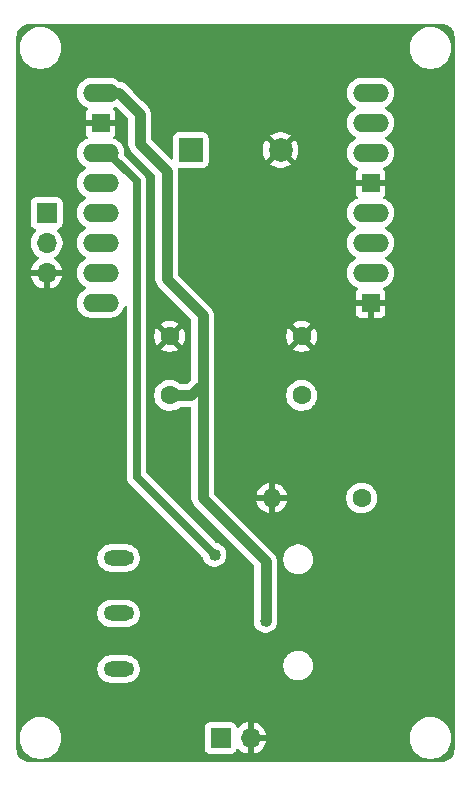
<source format=gbr>
%TF.GenerationSoftware,KiCad,Pcbnew,9.0.0*%
%TF.CreationDate,2025-08-24T16:33:36-07:00*%
%TF.ProjectId,sstv_backpack,73737476-5f62-4616-936b-7061636b2e6b,1.0*%
%TF.SameCoordinates,Original*%
%TF.FileFunction,Copper,L2,Bot*%
%TF.FilePolarity,Positive*%
%FSLAX46Y46*%
G04 Gerber Fmt 4.6, Leading zero omitted, Abs format (unit mm)*
G04 Created by KiCad (PCBNEW 9.0.0) date 2025-08-24 16:33:36*
%MOMM*%
%LPD*%
G01*
G04 APERTURE LIST*
%TA.AperFunction,ComponentPad*%
%ADD10C,1.600000*%
%TD*%
%TA.AperFunction,ComponentPad*%
%ADD11O,1.600000X1.600000*%
%TD*%
%TA.AperFunction,ComponentPad*%
%ADD12C,2.000000*%
%TD*%
%TA.AperFunction,ComponentPad*%
%ADD13R,2.000000X2.000000*%
%TD*%
%TA.AperFunction,ComponentPad*%
%ADD14O,2.600000X1.300000*%
%TD*%
%TA.AperFunction,ComponentPad*%
%ADD15R,1.524000X1.524000*%
%TD*%
%TA.AperFunction,ComponentPad*%
%ADD16O,3.048000X1.524000*%
%TD*%
%TA.AperFunction,ComponentPad*%
%ADD17O,1.700000X1.700000*%
%TD*%
%TA.AperFunction,ComponentPad*%
%ADD18R,1.700000X1.700000*%
%TD*%
%TA.AperFunction,ViaPad*%
%ADD19C,1.016000*%
%TD*%
%TA.AperFunction,Conductor*%
%ADD20C,0.635000*%
%TD*%
%TA.AperFunction,Conductor*%
%ADD21C,0.889000*%
%TD*%
G04 APERTURE END LIST*
D10*
%TO.P,C1,2*%
%TO.N,GND*%
X153162000Y-90464000D03*
%TO.P,C1,1*%
%TO.N,+5V*%
X153162000Y-95464000D03*
%TD*%
D11*
%TO.P,R1,2*%
%TO.N,GND*%
X161798000Y-104140000D03*
D10*
%TO.P,R1,1*%
%TO.N,/CAPTURE*%
X169418000Y-104140000D03*
%TD*%
D12*
%TO.P,BZ1,2,-*%
%TO.N,GND*%
X162560000Y-74676000D03*
D13*
%TO.P,BZ1,1,+*%
%TO.N,/BUZZER*%
X154960000Y-74676000D03*
%TD*%
D10*
%TO.P,C2,2*%
%TO.N,GND*%
X164338000Y-90464000D03*
%TO.P,C2,1*%
%TO.N,/8V IN*%
X164338000Y-95464000D03*
%TD*%
D14*
%TO.P,SW2,3*%
%TO.N,unconnected-(SW2-Pad3)*%
X148844000Y-118620000D03*
%TO.P,SW2,2*%
%TO.N,/VIN*%
X148844000Y-113920000D03*
%TO.P,SW2,1*%
%TO.N,/8V IN*%
X148844000Y-109220000D03*
%TD*%
D15*
%TO.P,U1,P$5,GND@2*%
%TO.N,GND*%
X170180000Y-77470000D03*
%TO.P,U1,P$10,GND@3*%
X147320000Y-72390000D03*
%TO.P,U1,P$1,GND@1*%
X170180000Y-87630000D03*
D16*
%TO.P,U1,P$9,5V*%
%TO.N,+5V*%
X147320000Y-69850000D03*
%TO.P,U1,P$16,GPIO4*%
%TO.N,unconnected-(U1-GPIO4-PadP$16)*%
X147320000Y-87630000D03*
%TO.P,U1,P$15,GPIO2*%
%TO.N,unconnected-(U1-GPIO2-PadP$15)*%
X147320000Y-85090000D03*
%TO.P,U1,P$14,GPIO14*%
%TO.N,/TX OUT*%
X147320000Y-82550000D03*
%TO.P,U1,P$13,GPIO15*%
%TO.N,/PTT*%
X147320000Y-80010000D03*
%TO.P,U1,P$12,GPIO13*%
%TO.N,/BUZZER*%
X147320000Y-77470000D03*
%TO.P,U1,P$11,GPIO12*%
%TO.N,/CAPTURE*%
X147320000Y-74930000D03*
%TO.P,U1,P$8,3V3*%
%TO.N,unconnected-(U1-3V3-PadP$8)*%
X170180000Y-69850000D03*
%TO.P,U1,P$7,GPIO16*%
%TO.N,unconnected-(U1-GPIO16-PadP$7)*%
X170180000Y-72390000D03*
%TO.P,U1,P$6,GPIO0*%
%TO.N,unconnected-(U1-GPIO0-PadP$6)*%
X170180000Y-74930000D03*
%TO.P,U1,P$4,3V3/5V*%
%TO.N,unconnected-(U1-3V3{slash}5V-PadP$4)*%
X170180000Y-80010000D03*
%TO.P,U1,P$3,GPIO3*%
%TO.N,unconnected-(U1-GPIO3-PadP$3)*%
X170180000Y-82550000D03*
%TO.P,U1,P$2,GPIO1*%
%TO.N,unconnected-(U1-GPIO1-PadP$2)*%
X170180000Y-85090000D03*
%TD*%
D17*
%TO.P,J1,3,Pin_3*%
%TO.N,GND*%
X142748000Y-85090000D03*
%TO.P,J1,2,Pin_2*%
%TO.N,/TX OUT*%
X142748000Y-82550000D03*
D18*
%TO.P,J1,1,Pin_1*%
%TO.N,/PTT*%
X142748000Y-80010000D03*
%TD*%
D17*
%TO.P,BAT IN,2,Pin_2*%
%TO.N,GND*%
X160020000Y-124460000D03*
D18*
%TO.P,BAT IN,1,Pin_1*%
%TO.N,/VIN*%
X157480000Y-124460000D03*
%TD*%
D19*
%TO.N,GND*%
X158750000Y-88910000D03*
X160275000Y-90585000D03*
X158750000Y-88910000D03*
X160275000Y-87235000D03*
X157225000Y-87235000D03*
%TO.N,/CAPTURE*%
X156972000Y-108966000D03*
%TO.N,+5V*%
X161290000Y-114554000D03*
%TD*%
D20*
%TO.N,/CAPTURE*%
X147955000Y-74930000D02*
X147320000Y-74930000D01*
X150368000Y-77343000D02*
X147955000Y-74930000D01*
X150368000Y-102362000D02*
X150368000Y-77343000D01*
X156972000Y-108966000D02*
X150368000Y-102362000D01*
D21*
%TO.N,+5V*%
X161290000Y-114554000D02*
X161290000Y-109474000D01*
X161290000Y-109474000D02*
X155956000Y-104140000D01*
X155956000Y-104140000D02*
X155956000Y-94488000D01*
X155956000Y-94488000D02*
X155956000Y-88646000D01*
X154980000Y-95464000D02*
X155956000Y-94488000D01*
X155956000Y-88646000D02*
X152908000Y-85598000D01*
X153162000Y-95464000D02*
X154980000Y-95464000D01*
X152908000Y-85598000D02*
X152908000Y-76454000D01*
X152908000Y-76454000D02*
X150622000Y-74168000D01*
X150622000Y-74168000D02*
X150622000Y-71628000D01*
X150622000Y-71628000D02*
X148844000Y-69850000D01*
X148844000Y-69850000D02*
X147320000Y-69850000D01*
%TD*%
%TA.AperFunction,Conductor*%
%TO.N,GND*%
G36*
X176217894Y-64000971D02*
G01*
X176390446Y-64016068D01*
X176411731Y-64019821D01*
X176468954Y-64035153D01*
X176573802Y-64063247D01*
X176594103Y-64070636D01*
X176722120Y-64130331D01*
X176746165Y-64141544D01*
X176764884Y-64152351D01*
X176902327Y-64248590D01*
X176918884Y-64262484D01*
X177037515Y-64381115D01*
X177051409Y-64397672D01*
X177147648Y-64535115D01*
X177158455Y-64553834D01*
X177229360Y-64705889D01*
X177236753Y-64726201D01*
X177280178Y-64888268D01*
X177283931Y-64909553D01*
X177299028Y-65082104D01*
X177299500Y-65092912D01*
X177299500Y-125407087D01*
X177299028Y-125417894D01*
X177299028Y-125417895D01*
X177283931Y-125590446D01*
X177280178Y-125611731D01*
X177236753Y-125773798D01*
X177229360Y-125794110D01*
X177158455Y-125946165D01*
X177147648Y-125964884D01*
X177051409Y-126102327D01*
X177037515Y-126118884D01*
X176918884Y-126237515D01*
X176902327Y-126251409D01*
X176764884Y-126347648D01*
X176746165Y-126358455D01*
X176594110Y-126429360D01*
X176573798Y-126436753D01*
X176411731Y-126480178D01*
X176390446Y-126483931D01*
X176236074Y-126497437D01*
X176217893Y-126499028D01*
X176207088Y-126499500D01*
X141292912Y-126499500D01*
X141282106Y-126499028D01*
X141261813Y-126497252D01*
X141109553Y-126483931D01*
X141088268Y-126480178D01*
X140926201Y-126436753D01*
X140905889Y-126429360D01*
X140753834Y-126358455D01*
X140735115Y-126347648D01*
X140597672Y-126251409D01*
X140581115Y-126237515D01*
X140462484Y-126118884D01*
X140448590Y-126102327D01*
X140352351Y-125964884D01*
X140341544Y-125946165D01*
X140278282Y-125810500D01*
X140270636Y-125794103D01*
X140263246Y-125773798D01*
X140219821Y-125611731D01*
X140216068Y-125590445D01*
X140200972Y-125417894D01*
X140200500Y-125407087D01*
X140200500Y-124343947D01*
X140469500Y-124343947D01*
X140469500Y-124576052D01*
X140499794Y-124806148D01*
X140559862Y-125030328D01*
X140648677Y-125244745D01*
X140648685Y-125244762D01*
X140764720Y-125445743D01*
X140764721Y-125445745D01*
X140906009Y-125629875D01*
X140906015Y-125629882D01*
X141070117Y-125793984D01*
X141070124Y-125793990D01*
X141254254Y-125935278D01*
X141254256Y-125935279D01*
X141455237Y-126051314D01*
X141455240Y-126051315D01*
X141455248Y-126051320D01*
X141669670Y-126140137D01*
X141893851Y-126200206D01*
X142123955Y-126230500D01*
X142123962Y-126230500D01*
X142356038Y-126230500D01*
X142356045Y-126230500D01*
X142586149Y-126200206D01*
X142810330Y-126140137D01*
X143024752Y-126051320D01*
X143225748Y-125935276D01*
X143409877Y-125793989D01*
X143573989Y-125629877D01*
X143715276Y-125445748D01*
X143831320Y-125244752D01*
X143920137Y-125030330D01*
X143980206Y-124806149D01*
X144010500Y-124576045D01*
X144010500Y-124343955D01*
X143980206Y-124113851D01*
X143920137Y-123889670D01*
X143831320Y-123675248D01*
X143766015Y-123562135D01*
X156129500Y-123562135D01*
X156129500Y-125357870D01*
X156129501Y-125357876D01*
X156135908Y-125417483D01*
X156186202Y-125552328D01*
X156186206Y-125552335D01*
X156272452Y-125667544D01*
X156272455Y-125667547D01*
X156387664Y-125753793D01*
X156387671Y-125753797D01*
X156522517Y-125804091D01*
X156522516Y-125804091D01*
X156529444Y-125804835D01*
X156582127Y-125810500D01*
X158377872Y-125810499D01*
X158437483Y-125804091D01*
X158572331Y-125753796D01*
X158687546Y-125667546D01*
X158773796Y-125552331D01*
X158823002Y-125420401D01*
X158864872Y-125364468D01*
X158930337Y-125340050D01*
X158998610Y-125354901D01*
X159026865Y-125376053D01*
X159140535Y-125489723D01*
X159140540Y-125489727D01*
X159312442Y-125614620D01*
X159501782Y-125711095D01*
X159703871Y-125776757D01*
X159770000Y-125787231D01*
X159770000Y-124893012D01*
X159827007Y-124925925D01*
X159954174Y-124960000D01*
X160085826Y-124960000D01*
X160212993Y-124925925D01*
X160270000Y-124893012D01*
X160270000Y-125787230D01*
X160336126Y-125776757D01*
X160336129Y-125776757D01*
X160538217Y-125711095D01*
X160727557Y-125614620D01*
X160899459Y-125489727D01*
X160899464Y-125489723D01*
X161049723Y-125339464D01*
X161049727Y-125339459D01*
X161174620Y-125167557D01*
X161271095Y-124978217D01*
X161336757Y-124776129D01*
X161336757Y-124776126D01*
X161347231Y-124710000D01*
X160453012Y-124710000D01*
X160485925Y-124652993D01*
X160520000Y-124525826D01*
X160520000Y-124394174D01*
X160506541Y-124343947D01*
X173489500Y-124343947D01*
X173489500Y-124576052D01*
X173519794Y-124806148D01*
X173579862Y-125030328D01*
X173668677Y-125244745D01*
X173668685Y-125244762D01*
X173784720Y-125445743D01*
X173784721Y-125445745D01*
X173926009Y-125629875D01*
X173926015Y-125629882D01*
X174090117Y-125793984D01*
X174090124Y-125793990D01*
X174274254Y-125935278D01*
X174274256Y-125935279D01*
X174475237Y-126051314D01*
X174475240Y-126051315D01*
X174475248Y-126051320D01*
X174689670Y-126140137D01*
X174913851Y-126200206D01*
X175143955Y-126230500D01*
X175143962Y-126230500D01*
X175376038Y-126230500D01*
X175376045Y-126230500D01*
X175606149Y-126200206D01*
X175830330Y-126140137D01*
X176044752Y-126051320D01*
X176245748Y-125935276D01*
X176429877Y-125793989D01*
X176593989Y-125629877D01*
X176735276Y-125445748D01*
X176851320Y-125244752D01*
X176940137Y-125030330D01*
X177000206Y-124806149D01*
X177030500Y-124576045D01*
X177030500Y-124343955D01*
X177000206Y-124113851D01*
X176940137Y-123889670D01*
X176851320Y-123675248D01*
X176851314Y-123675237D01*
X176735279Y-123474256D01*
X176735278Y-123474254D01*
X176593990Y-123290124D01*
X176593984Y-123290117D01*
X176429882Y-123126015D01*
X176429875Y-123126009D01*
X176245745Y-122984721D01*
X176245743Y-122984720D01*
X176044762Y-122868685D01*
X176044754Y-122868681D01*
X176044752Y-122868680D01*
X175830330Y-122779863D01*
X175830331Y-122779863D01*
X175830328Y-122779862D01*
X175688203Y-122741780D01*
X175606149Y-122719794D01*
X175577386Y-122716007D01*
X175376052Y-122689500D01*
X175376045Y-122689500D01*
X175143955Y-122689500D01*
X175143947Y-122689500D01*
X174913851Y-122719794D01*
X174689671Y-122779862D01*
X174475254Y-122868677D01*
X174475237Y-122868685D01*
X174274256Y-122984720D01*
X174274254Y-122984721D01*
X174090124Y-123126009D01*
X174090117Y-123126015D01*
X173926015Y-123290117D01*
X173926009Y-123290124D01*
X173784721Y-123474254D01*
X173784720Y-123474256D01*
X173668685Y-123675237D01*
X173668677Y-123675254D01*
X173579862Y-123889671D01*
X173519794Y-124113851D01*
X173489500Y-124343947D01*
X160506541Y-124343947D01*
X160485925Y-124267007D01*
X160453012Y-124210000D01*
X161347231Y-124210000D01*
X161336757Y-124143873D01*
X161336757Y-124143870D01*
X161271095Y-123941782D01*
X161174620Y-123752442D01*
X161049727Y-123580540D01*
X161049723Y-123580535D01*
X160899464Y-123430276D01*
X160899459Y-123430272D01*
X160727557Y-123305379D01*
X160538215Y-123208903D01*
X160336124Y-123143241D01*
X160270000Y-123132768D01*
X160270000Y-124026988D01*
X160212993Y-123994075D01*
X160085826Y-123960000D01*
X159954174Y-123960000D01*
X159827007Y-123994075D01*
X159770000Y-124026988D01*
X159770000Y-123132768D01*
X159769999Y-123132768D01*
X159703875Y-123143241D01*
X159501784Y-123208903D01*
X159312442Y-123305379D01*
X159140541Y-123430271D01*
X159026865Y-123543947D01*
X158965542Y-123577431D01*
X158895850Y-123572447D01*
X158839917Y-123530575D01*
X158823002Y-123499598D01*
X158813549Y-123474254D01*
X158773796Y-123367669D01*
X158773795Y-123367668D01*
X158773793Y-123367664D01*
X158687547Y-123252455D01*
X158687544Y-123252452D01*
X158572335Y-123166206D01*
X158572328Y-123166202D01*
X158437482Y-123115908D01*
X158437483Y-123115908D01*
X158377883Y-123109501D01*
X158377881Y-123109500D01*
X158377873Y-123109500D01*
X158377864Y-123109500D01*
X156582129Y-123109500D01*
X156582123Y-123109501D01*
X156522516Y-123115908D01*
X156387671Y-123166202D01*
X156387664Y-123166206D01*
X156272455Y-123252452D01*
X156272452Y-123252455D01*
X156186206Y-123367664D01*
X156186202Y-123367671D01*
X156135908Y-123502517D01*
X156129501Y-123562116D01*
X156129500Y-123562135D01*
X143766015Y-123562135D01*
X143715276Y-123474252D01*
X143715275Y-123474250D01*
X143573990Y-123290124D01*
X143573984Y-123290117D01*
X143409882Y-123126015D01*
X143409875Y-123126009D01*
X143225745Y-122984721D01*
X143225743Y-122984720D01*
X143024762Y-122868685D01*
X143024754Y-122868681D01*
X143024752Y-122868680D01*
X142810330Y-122779863D01*
X142810331Y-122779863D01*
X142810328Y-122779862D01*
X142668203Y-122741780D01*
X142586149Y-122719794D01*
X142557386Y-122716007D01*
X142356052Y-122689500D01*
X142356045Y-122689500D01*
X142123955Y-122689500D01*
X142123947Y-122689500D01*
X141893851Y-122719794D01*
X141669671Y-122779862D01*
X141455254Y-122868677D01*
X141455237Y-122868685D01*
X141254256Y-122984720D01*
X141254254Y-122984721D01*
X141070124Y-123126009D01*
X141070117Y-123126015D01*
X140906015Y-123290117D01*
X140906009Y-123290124D01*
X140764721Y-123474254D01*
X140764720Y-123474256D01*
X140648685Y-123675237D01*
X140648677Y-123675254D01*
X140559862Y-123889671D01*
X140499794Y-124113851D01*
X140469500Y-124343947D01*
X140200500Y-124343947D01*
X140200500Y-118529448D01*
X147043500Y-118529448D01*
X147043500Y-118710551D01*
X147071829Y-118889410D01*
X147127787Y-119061636D01*
X147127788Y-119061639D01*
X147210006Y-119222997D01*
X147316441Y-119369494D01*
X147316445Y-119369499D01*
X147444500Y-119497554D01*
X147444505Y-119497558D01*
X147561419Y-119582500D01*
X147591006Y-119603996D01*
X147696484Y-119657740D01*
X147752360Y-119686211D01*
X147752363Y-119686212D01*
X147838476Y-119714191D01*
X147924591Y-119742171D01*
X148007429Y-119755291D01*
X148103449Y-119770500D01*
X148103454Y-119770500D01*
X149584551Y-119770500D01*
X149671259Y-119756765D01*
X149763409Y-119742171D01*
X149935639Y-119686211D01*
X150096994Y-119603996D01*
X150243501Y-119497553D01*
X150371553Y-119369501D01*
X150477996Y-119222994D01*
X150560211Y-119061639D01*
X150616171Y-118889409D01*
X150630765Y-118797259D01*
X150644500Y-118710551D01*
X150644500Y-118529448D01*
X150616170Y-118350587D01*
X150589021Y-118267028D01*
X150578152Y-118233577D01*
X162795500Y-118233577D01*
X162795500Y-118430422D01*
X162826290Y-118624826D01*
X162887117Y-118812029D01*
X162926545Y-118889410D01*
X162976476Y-118987405D01*
X163092172Y-119146646D01*
X163231354Y-119285828D01*
X163390595Y-119401524D01*
X163473455Y-119443743D01*
X163565970Y-119490882D01*
X163565972Y-119490882D01*
X163565975Y-119490884D01*
X163666317Y-119523487D01*
X163753173Y-119551709D01*
X163947578Y-119582500D01*
X163947583Y-119582500D01*
X164144422Y-119582500D01*
X164338826Y-119551709D01*
X164526025Y-119490884D01*
X164701405Y-119401524D01*
X164860646Y-119285828D01*
X164999828Y-119146646D01*
X165115524Y-118987405D01*
X165204884Y-118812025D01*
X165265709Y-118624826D01*
X165296500Y-118430422D01*
X165296500Y-118233577D01*
X165265709Y-118039173D01*
X165237487Y-117952317D01*
X165204884Y-117851975D01*
X165204882Y-117851972D01*
X165204882Y-117851970D01*
X165115523Y-117676594D01*
X165086034Y-117636006D01*
X164999828Y-117517354D01*
X164860646Y-117378172D01*
X164701405Y-117262476D01*
X164526029Y-117173117D01*
X164338826Y-117112290D01*
X164144422Y-117081500D01*
X164144417Y-117081500D01*
X163947583Y-117081500D01*
X163947578Y-117081500D01*
X163753173Y-117112290D01*
X163565970Y-117173117D01*
X163390594Y-117262476D01*
X163299741Y-117328485D01*
X163231354Y-117378172D01*
X163231352Y-117378174D01*
X163231351Y-117378174D01*
X163092174Y-117517351D01*
X163092174Y-117517352D01*
X163092172Y-117517354D01*
X163042485Y-117585741D01*
X162976476Y-117676594D01*
X162887117Y-117851970D01*
X162826290Y-118039173D01*
X162795500Y-118233577D01*
X150578152Y-118233577D01*
X150560212Y-118178363D01*
X150560211Y-118178360D01*
X150531740Y-118122484D01*
X150477996Y-118017006D01*
X150464396Y-117998287D01*
X150371558Y-117870505D01*
X150371554Y-117870500D01*
X150243499Y-117742445D01*
X150243494Y-117742441D01*
X150096997Y-117636006D01*
X150096996Y-117636005D01*
X150096994Y-117636004D01*
X150045300Y-117609664D01*
X149935639Y-117553788D01*
X149935636Y-117553787D01*
X149763410Y-117497829D01*
X149584551Y-117469500D01*
X149584546Y-117469500D01*
X148103454Y-117469500D01*
X148103449Y-117469500D01*
X147924589Y-117497829D01*
X147752363Y-117553787D01*
X147752360Y-117553788D01*
X147591002Y-117636006D01*
X147444505Y-117742441D01*
X147444500Y-117742445D01*
X147316445Y-117870500D01*
X147316441Y-117870505D01*
X147210006Y-118017002D01*
X147127788Y-118178360D01*
X147127787Y-118178363D01*
X147071829Y-118350589D01*
X147043500Y-118529448D01*
X140200500Y-118529448D01*
X140200500Y-113829448D01*
X147043500Y-113829448D01*
X147043500Y-114010551D01*
X147071829Y-114189410D01*
X147127787Y-114361636D01*
X147127788Y-114361639D01*
X147210006Y-114522997D01*
X147316441Y-114669494D01*
X147316445Y-114669499D01*
X147444500Y-114797554D01*
X147444505Y-114797558D01*
X147514155Y-114848161D01*
X147591006Y-114903996D01*
X147696484Y-114957740D01*
X147752360Y-114986211D01*
X147752363Y-114986212D01*
X147838476Y-115014191D01*
X147924591Y-115042171D01*
X148007429Y-115055291D01*
X148103449Y-115070500D01*
X148103454Y-115070500D01*
X149584551Y-115070500D01*
X149671259Y-115056765D01*
X149763409Y-115042171D01*
X149935639Y-114986211D01*
X150096994Y-114903996D01*
X150243501Y-114797553D01*
X150371553Y-114669501D01*
X150477996Y-114522994D01*
X150560211Y-114361639D01*
X150616171Y-114189409D01*
X150630765Y-114097259D01*
X150644500Y-114010551D01*
X150644500Y-113829448D01*
X150628019Y-113725397D01*
X150616171Y-113650591D01*
X150560211Y-113478361D01*
X150560211Y-113478360D01*
X150531740Y-113422484D01*
X150477996Y-113317006D01*
X150464396Y-113298287D01*
X150371558Y-113170505D01*
X150371554Y-113170500D01*
X150243499Y-113042445D01*
X150243494Y-113042441D01*
X150096997Y-112936006D01*
X150096996Y-112936005D01*
X150096994Y-112936004D01*
X150045300Y-112909664D01*
X149935639Y-112853788D01*
X149935636Y-112853787D01*
X149763410Y-112797829D01*
X149584551Y-112769500D01*
X149584546Y-112769500D01*
X148103454Y-112769500D01*
X148103449Y-112769500D01*
X147924589Y-112797829D01*
X147752363Y-112853787D01*
X147752360Y-112853788D01*
X147591002Y-112936006D01*
X147444505Y-113042441D01*
X147444500Y-113042445D01*
X147316445Y-113170500D01*
X147316441Y-113170505D01*
X147210006Y-113317002D01*
X147127788Y-113478360D01*
X147127787Y-113478363D01*
X147071829Y-113650589D01*
X147043500Y-113829448D01*
X140200500Y-113829448D01*
X140200500Y-109129448D01*
X147043500Y-109129448D01*
X147043500Y-109310551D01*
X147071829Y-109489410D01*
X147127787Y-109661636D01*
X147127788Y-109661639D01*
X147210006Y-109822997D01*
X147316441Y-109969494D01*
X147316445Y-109969499D01*
X147444500Y-110097554D01*
X147444505Y-110097558D01*
X147572287Y-110190396D01*
X147591006Y-110203996D01*
X147696484Y-110257740D01*
X147752360Y-110286211D01*
X147752363Y-110286212D01*
X147838476Y-110314191D01*
X147924591Y-110342171D01*
X148007429Y-110355291D01*
X148103449Y-110370500D01*
X148103454Y-110370500D01*
X149584551Y-110370500D01*
X149671259Y-110356765D01*
X149763409Y-110342171D01*
X149935639Y-110286211D01*
X150096994Y-110203996D01*
X150243501Y-110097553D01*
X150371553Y-109969501D01*
X150477996Y-109822994D01*
X150560211Y-109661639D01*
X150616171Y-109489409D01*
X150633353Y-109380926D01*
X150644500Y-109310551D01*
X150644500Y-109129448D01*
X150628019Y-109025397D01*
X150616171Y-108950591D01*
X150560211Y-108778361D01*
X150560211Y-108778360D01*
X150508358Y-108676595D01*
X150477996Y-108617006D01*
X150384485Y-108488298D01*
X150371558Y-108470505D01*
X150371554Y-108470500D01*
X150243499Y-108342445D01*
X150243494Y-108342441D01*
X150096997Y-108236006D01*
X150096996Y-108236005D01*
X150096994Y-108236004D01*
X150045300Y-108209664D01*
X149935639Y-108153788D01*
X149935636Y-108153787D01*
X149763410Y-108097829D01*
X149584551Y-108069500D01*
X149584546Y-108069500D01*
X148103454Y-108069500D01*
X148103449Y-108069500D01*
X147924589Y-108097829D01*
X147752363Y-108153787D01*
X147752360Y-108153788D01*
X147591002Y-108236006D01*
X147444505Y-108342441D01*
X147444500Y-108342445D01*
X147316445Y-108470500D01*
X147316441Y-108470505D01*
X147210006Y-108617002D01*
X147127788Y-108778360D01*
X147127787Y-108778363D01*
X147071829Y-108950589D01*
X147043500Y-109129448D01*
X140200500Y-109129448D01*
X140200500Y-79112135D01*
X141397500Y-79112135D01*
X141397500Y-80907870D01*
X141397501Y-80907876D01*
X141403908Y-80967483D01*
X141454202Y-81102328D01*
X141454206Y-81102335D01*
X141540452Y-81217544D01*
X141540455Y-81217547D01*
X141655664Y-81303793D01*
X141655671Y-81303797D01*
X141787082Y-81352810D01*
X141843016Y-81394681D01*
X141867433Y-81460145D01*
X141852582Y-81528418D01*
X141831431Y-81556673D01*
X141717889Y-81670215D01*
X141592951Y-81842179D01*
X141496444Y-82031585D01*
X141496443Y-82031587D01*
X141496443Y-82031588D01*
X141485467Y-82065368D01*
X141430753Y-82233760D01*
X141397500Y-82443713D01*
X141397500Y-82656287D01*
X141430754Y-82866243D01*
X141485467Y-83034632D01*
X141496444Y-83068414D01*
X141592951Y-83257820D01*
X141717890Y-83429786D01*
X141868213Y-83580109D01*
X142040179Y-83705048D01*
X142040181Y-83705049D01*
X142040184Y-83705051D01*
X142049493Y-83709794D01*
X142100290Y-83757766D01*
X142117087Y-83825587D01*
X142094552Y-83891722D01*
X142049502Y-83930762D01*
X142040443Y-83935378D01*
X141868540Y-84060272D01*
X141868535Y-84060276D01*
X141718276Y-84210535D01*
X141718272Y-84210540D01*
X141593379Y-84382442D01*
X141496904Y-84571782D01*
X141431242Y-84773870D01*
X141431242Y-84773873D01*
X141420769Y-84840000D01*
X142314988Y-84840000D01*
X142282075Y-84897007D01*
X142248000Y-85024174D01*
X142248000Y-85155826D01*
X142282075Y-85282993D01*
X142314988Y-85340000D01*
X141420769Y-85340000D01*
X141431242Y-85406126D01*
X141431242Y-85406129D01*
X141496904Y-85608217D01*
X141593379Y-85797557D01*
X141718272Y-85969459D01*
X141718276Y-85969464D01*
X141868535Y-86119723D01*
X141868540Y-86119727D01*
X142040442Y-86244620D01*
X142229782Y-86341095D01*
X142431871Y-86406757D01*
X142498000Y-86417231D01*
X142498000Y-85523012D01*
X142555007Y-85555925D01*
X142682174Y-85590000D01*
X142813826Y-85590000D01*
X142940993Y-85555925D01*
X142998000Y-85523012D01*
X142998000Y-86417230D01*
X143064126Y-86406757D01*
X143064129Y-86406757D01*
X143266217Y-86341095D01*
X143455557Y-86244620D01*
X143627459Y-86119727D01*
X143627464Y-86119723D01*
X143777723Y-85969464D01*
X143777727Y-85969459D01*
X143902620Y-85797557D01*
X143999095Y-85608217D01*
X144064757Y-85406129D01*
X144064757Y-85406126D01*
X144075231Y-85340000D01*
X143181012Y-85340000D01*
X143213925Y-85282993D01*
X143248000Y-85155826D01*
X143248000Y-85024174D01*
X143213925Y-84897007D01*
X143181012Y-84840000D01*
X144075231Y-84840000D01*
X144064757Y-84773873D01*
X144064757Y-84773870D01*
X143999095Y-84571782D01*
X143902620Y-84382442D01*
X143777727Y-84210540D01*
X143777723Y-84210535D01*
X143627464Y-84060276D01*
X143627459Y-84060272D01*
X143455555Y-83935377D01*
X143446500Y-83930763D01*
X143395706Y-83882788D01*
X143378912Y-83814966D01*
X143401451Y-83748832D01*
X143446508Y-83709793D01*
X143455816Y-83705051D01*
X143559410Y-83629786D01*
X143627786Y-83580109D01*
X143627788Y-83580106D01*
X143627792Y-83580104D01*
X143778104Y-83429792D01*
X143778106Y-83429788D01*
X143778109Y-83429786D01*
X143903048Y-83257820D01*
X143903047Y-83257820D01*
X143903051Y-83257816D01*
X143999557Y-83068412D01*
X144065246Y-82866243D01*
X144098500Y-82656287D01*
X144098500Y-82443713D01*
X144065246Y-82233757D01*
X143999557Y-82031588D01*
X143903051Y-81842184D01*
X143903049Y-81842181D01*
X143903048Y-81842179D01*
X143778109Y-81670213D01*
X143664569Y-81556673D01*
X143631084Y-81495350D01*
X143636068Y-81425658D01*
X143677940Y-81369725D01*
X143708915Y-81352810D01*
X143840331Y-81303796D01*
X143955546Y-81217546D01*
X144041796Y-81102331D01*
X144092091Y-80967483D01*
X144098500Y-80907873D01*
X144098499Y-79112128D01*
X144092091Y-79052517D01*
X144090040Y-79047019D01*
X144041797Y-78917671D01*
X144041793Y-78917664D01*
X143955547Y-78802455D01*
X143955544Y-78802452D01*
X143840335Y-78716206D01*
X143840328Y-78716202D01*
X143705482Y-78665908D01*
X143705483Y-78665908D01*
X143645883Y-78659501D01*
X143645881Y-78659500D01*
X143645873Y-78659500D01*
X143645864Y-78659500D01*
X141850129Y-78659500D01*
X141850123Y-78659501D01*
X141790516Y-78665908D01*
X141655671Y-78716202D01*
X141655664Y-78716206D01*
X141540455Y-78802452D01*
X141540452Y-78802455D01*
X141454206Y-78917664D01*
X141454202Y-78917671D01*
X141403908Y-79052517D01*
X141397501Y-79112116D01*
X141397501Y-79112123D01*
X141397500Y-79112135D01*
X140200500Y-79112135D01*
X140200500Y-69750639D01*
X145295500Y-69750639D01*
X145295500Y-69949360D01*
X145326587Y-70145637D01*
X145387993Y-70334629D01*
X145387994Y-70334632D01*
X145478213Y-70511694D01*
X145595019Y-70672464D01*
X145735536Y-70812981D01*
X145896306Y-70929787D01*
X145983149Y-70974035D01*
X146073367Y-71020005D01*
X146073373Y-71020007D01*
X146168444Y-71050897D01*
X146226120Y-71090334D01*
X146253319Y-71154692D01*
X146241405Y-71223539D01*
X146204447Y-71268088D01*
X146200813Y-71270808D01*
X146200809Y-71270812D01*
X146114649Y-71385906D01*
X146114645Y-71385913D01*
X146064403Y-71520620D01*
X146064401Y-71520627D01*
X146058000Y-71580155D01*
X146058000Y-72140000D01*
X146877749Y-72140000D01*
X146846619Y-72193919D01*
X146812000Y-72323120D01*
X146812000Y-72456880D01*
X146846619Y-72586081D01*
X146877749Y-72640000D01*
X146058000Y-72640000D01*
X146058000Y-73199844D01*
X146064401Y-73259372D01*
X146064403Y-73259379D01*
X146114645Y-73394086D01*
X146114649Y-73394093D01*
X146200809Y-73509187D01*
X146200812Y-73509190D01*
X146204441Y-73511907D01*
X146246310Y-73567842D01*
X146251292Y-73637534D01*
X146217805Y-73698855D01*
X146168445Y-73729102D01*
X146073370Y-73759993D01*
X146073367Y-73759994D01*
X145896305Y-73850213D01*
X145735533Y-73967021D01*
X145595021Y-74107533D01*
X145478213Y-74268305D01*
X145387994Y-74445367D01*
X145387993Y-74445370D01*
X145326587Y-74634362D01*
X145295500Y-74830639D01*
X145295500Y-75029360D01*
X145326587Y-75225637D01*
X145387993Y-75414629D01*
X145387994Y-75414632D01*
X145478213Y-75591694D01*
X145595019Y-75752464D01*
X145735536Y-75892981D01*
X145896306Y-76009787D01*
X146006830Y-76066102D01*
X146052780Y-76089515D01*
X146103576Y-76137490D01*
X146120371Y-76205311D01*
X146097833Y-76271446D01*
X146052780Y-76310485D01*
X145896305Y-76390213D01*
X145735533Y-76507021D01*
X145595021Y-76647533D01*
X145478213Y-76808305D01*
X145387994Y-76985367D01*
X145387993Y-76985370D01*
X145326587Y-77174362D01*
X145295500Y-77370639D01*
X145295500Y-77569360D01*
X145326587Y-77765637D01*
X145387993Y-77954629D01*
X145387994Y-77954632D01*
X145478213Y-78131694D01*
X145595019Y-78292464D01*
X145735536Y-78432981D01*
X145896306Y-78549787D01*
X145978963Y-78591903D01*
X146052780Y-78629515D01*
X146103576Y-78677490D01*
X146120371Y-78745311D01*
X146097833Y-78811446D01*
X146052780Y-78850485D01*
X145896305Y-78930213D01*
X145735533Y-79047021D01*
X145595021Y-79187533D01*
X145478213Y-79348305D01*
X145387994Y-79525367D01*
X145387993Y-79525370D01*
X145326587Y-79714362D01*
X145295500Y-79910639D01*
X145295500Y-80109360D01*
X145326587Y-80305637D01*
X145387993Y-80494629D01*
X145387994Y-80494632D01*
X145478213Y-80671694D01*
X145595019Y-80832464D01*
X145735536Y-80972981D01*
X145896306Y-81089787D01*
X145920933Y-81102335D01*
X146052780Y-81169515D01*
X146103576Y-81217490D01*
X146120371Y-81285311D01*
X146097833Y-81351446D01*
X146052780Y-81390485D01*
X145896305Y-81470213D01*
X145735533Y-81587021D01*
X145595021Y-81727533D01*
X145478213Y-81888305D01*
X145387994Y-82065367D01*
X145387993Y-82065370D01*
X145326587Y-82254362D01*
X145295500Y-82450639D01*
X145295500Y-82649360D01*
X145326587Y-82845637D01*
X145387993Y-83034629D01*
X145387994Y-83034632D01*
X145478213Y-83211694D01*
X145595019Y-83372464D01*
X145735536Y-83512981D01*
X145896306Y-83629787D01*
X146014832Y-83690179D01*
X146052780Y-83709515D01*
X146103576Y-83757490D01*
X146120371Y-83825311D01*
X146097833Y-83891446D01*
X146052780Y-83930485D01*
X145896305Y-84010213D01*
X145735533Y-84127021D01*
X145595021Y-84267533D01*
X145478213Y-84428305D01*
X145387994Y-84605367D01*
X145387993Y-84605370D01*
X145326587Y-84794362D01*
X145295500Y-84990639D01*
X145295500Y-85189360D01*
X145326587Y-85385637D01*
X145387993Y-85574629D01*
X145387994Y-85574632D01*
X145395825Y-85590000D01*
X145478213Y-85751694D01*
X145595019Y-85912464D01*
X145735536Y-86052981D01*
X145896306Y-86169787D01*
X145956393Y-86200403D01*
X146052780Y-86249515D01*
X146103576Y-86297490D01*
X146120371Y-86365311D01*
X146097833Y-86431446D01*
X146052780Y-86470485D01*
X145896305Y-86550213D01*
X145735533Y-86667021D01*
X145595021Y-86807533D01*
X145478213Y-86968305D01*
X145387994Y-87145367D01*
X145387993Y-87145370D01*
X145326587Y-87334362D01*
X145295500Y-87530639D01*
X145295500Y-87729360D01*
X145326587Y-87925637D01*
X145387993Y-88114629D01*
X145387994Y-88114631D01*
X145430663Y-88198372D01*
X145478213Y-88291694D01*
X145595019Y-88452464D01*
X145735536Y-88592981D01*
X145896306Y-88709787D01*
X145983149Y-88754035D01*
X146073367Y-88800005D01*
X146073370Y-88800006D01*
X146167866Y-88830709D01*
X146262364Y-88861413D01*
X146458639Y-88892500D01*
X146458640Y-88892500D01*
X148181360Y-88892500D01*
X148181361Y-88892500D01*
X148377636Y-88861413D01*
X148566632Y-88800005D01*
X148743694Y-88709787D01*
X148904464Y-88592981D01*
X149044981Y-88452464D01*
X149161787Y-88291694D01*
X149222317Y-88172897D01*
X149252006Y-88114631D01*
X149252006Y-88114629D01*
X149308069Y-87942084D01*
X149347506Y-87884409D01*
X149411865Y-87857210D01*
X149480711Y-87869124D01*
X149532187Y-87916368D01*
X149550000Y-87980402D01*
X149550000Y-102442570D01*
X149581433Y-102600594D01*
X149581436Y-102600606D01*
X149643093Y-102749461D01*
X149643100Y-102749474D01*
X149732617Y-102883444D01*
X149732620Y-102883448D01*
X155949068Y-109099895D01*
X155982553Y-109161218D01*
X155983004Y-109163385D01*
X156002254Y-109260161D01*
X156002256Y-109260169D01*
X156078277Y-109443701D01*
X156078282Y-109443710D01*
X156188646Y-109608880D01*
X156188649Y-109608884D01*
X156329115Y-109749350D01*
X156329119Y-109749353D01*
X156494289Y-109859717D01*
X156494298Y-109859722D01*
X156535874Y-109876943D01*
X156677831Y-109935744D01*
X156872666Y-109974499D01*
X156872670Y-109974500D01*
X156872671Y-109974500D01*
X157071330Y-109974500D01*
X157071331Y-109974499D01*
X157266169Y-109935744D01*
X157449704Y-109859721D01*
X157614881Y-109749353D01*
X157755353Y-109608881D01*
X157865721Y-109443704D01*
X157941744Y-109260169D01*
X157980500Y-109065329D01*
X157980500Y-108866671D01*
X157941744Y-108671831D01*
X157865721Y-108488296D01*
X157865720Y-108488295D01*
X157865717Y-108488289D01*
X157755353Y-108323119D01*
X157755350Y-108323115D01*
X157614884Y-108182649D01*
X157614880Y-108182646D01*
X157449710Y-108072282D01*
X157449701Y-108072277D01*
X157266169Y-107996256D01*
X157266161Y-107996254D01*
X157169385Y-107977004D01*
X157107474Y-107944619D01*
X157105895Y-107943068D01*
X151222319Y-102059492D01*
X151188834Y-101998169D01*
X151186000Y-101971811D01*
X151186000Y-90361682D01*
X151862000Y-90361682D01*
X151862000Y-90566317D01*
X151894009Y-90768417D01*
X151957244Y-90963031D01*
X152050141Y-91145350D01*
X152050147Y-91145359D01*
X152082523Y-91189921D01*
X152082524Y-91189922D01*
X152762000Y-90510446D01*
X152762000Y-90516661D01*
X152789259Y-90618394D01*
X152841920Y-90709606D01*
X152916394Y-90784080D01*
X153007606Y-90836741D01*
X153109339Y-90864000D01*
X153115553Y-90864000D01*
X152436076Y-91543474D01*
X152480650Y-91575859D01*
X152662968Y-91668755D01*
X152857582Y-91731990D01*
X153059683Y-91764000D01*
X153264317Y-91764000D01*
X153466417Y-91731990D01*
X153661031Y-91668755D01*
X153843349Y-91575859D01*
X153887921Y-91543474D01*
X153208447Y-90864000D01*
X153214661Y-90864000D01*
X153316394Y-90836741D01*
X153407606Y-90784080D01*
X153482080Y-90709606D01*
X153534741Y-90618394D01*
X153562000Y-90516661D01*
X153562000Y-90510448D01*
X154241474Y-91189922D01*
X154241474Y-91189921D01*
X154273859Y-91145349D01*
X154366755Y-90963031D01*
X154429990Y-90768417D01*
X154462000Y-90566317D01*
X154462000Y-90361682D01*
X154429990Y-90159582D01*
X154366755Y-89964968D01*
X154273859Y-89782650D01*
X154241474Y-89738077D01*
X154241474Y-89738076D01*
X153562000Y-90417551D01*
X153562000Y-90411339D01*
X153534741Y-90309606D01*
X153482080Y-90218394D01*
X153407606Y-90143920D01*
X153316394Y-90091259D01*
X153214661Y-90064000D01*
X153208446Y-90064000D01*
X153887922Y-89384524D01*
X153887921Y-89384523D01*
X153843359Y-89352147D01*
X153843350Y-89352141D01*
X153661031Y-89259244D01*
X153466417Y-89196009D01*
X153264317Y-89164000D01*
X153059683Y-89164000D01*
X152857582Y-89196009D01*
X152662968Y-89259244D01*
X152480644Y-89352143D01*
X152436077Y-89384523D01*
X152436077Y-89384524D01*
X153115554Y-90064000D01*
X153109339Y-90064000D01*
X153007606Y-90091259D01*
X152916394Y-90143920D01*
X152841920Y-90218394D01*
X152789259Y-90309606D01*
X152762000Y-90411339D01*
X152762000Y-90417553D01*
X152082524Y-89738077D01*
X152082523Y-89738077D01*
X152050143Y-89782644D01*
X151957244Y-89964968D01*
X151894009Y-90159582D01*
X151862000Y-90361682D01*
X151186000Y-90361682D01*
X151186000Y-77262433D01*
X151185999Y-77262429D01*
X151168482Y-77174364D01*
X151154565Y-77104398D01*
X151095228Y-76961149D01*
X151093584Y-76956551D01*
X151003382Y-76821554D01*
X151003379Y-76821551D01*
X149370947Y-75189120D01*
X149337462Y-75127797D01*
X149336155Y-75082046D01*
X149344500Y-75029361D01*
X149344500Y-74830639D01*
X149313413Y-74634364D01*
X149252005Y-74445368D01*
X149252005Y-74445367D01*
X149189373Y-74322446D01*
X149161787Y-74268306D01*
X149044981Y-74107536D01*
X148904464Y-73967019D01*
X148743694Y-73850213D01*
X148566632Y-73759994D01*
X148566629Y-73759993D01*
X148471554Y-73729102D01*
X148413878Y-73689665D01*
X148386680Y-73625306D01*
X148398595Y-73556460D01*
X148435562Y-73511903D01*
X148439191Y-73509185D01*
X148525350Y-73394093D01*
X148525354Y-73394086D01*
X148575596Y-73259379D01*
X148575598Y-73259372D01*
X148581999Y-73199844D01*
X148582000Y-73199827D01*
X148582000Y-72640000D01*
X147762251Y-72640000D01*
X147793381Y-72586081D01*
X147828000Y-72456880D01*
X147828000Y-72323120D01*
X147793381Y-72193919D01*
X147762251Y-72140000D01*
X148582000Y-72140000D01*
X148582000Y-71580172D01*
X148581999Y-71580155D01*
X148575598Y-71520627D01*
X148575596Y-71520620D01*
X148525354Y-71385913D01*
X148525350Y-71385906D01*
X148439190Y-71270813D01*
X148435560Y-71268095D01*
X148428722Y-71258960D01*
X148418924Y-71253117D01*
X148408162Y-71231495D01*
X148393689Y-71212161D01*
X148392875Y-71200781D01*
X148387791Y-71190567D01*
X148390427Y-71166557D01*
X148388705Y-71142469D01*
X148394172Y-71132455D01*
X148395418Y-71121115D01*
X148410614Y-71102344D01*
X148422190Y-71081146D01*
X148433338Y-71074277D01*
X148439383Y-71066811D01*
X148470190Y-71051571D01*
X148470980Y-71051085D01*
X148471174Y-71051020D01*
X148566632Y-71020005D01*
X148569501Y-71018542D01*
X148577094Y-71016035D01*
X148607617Y-71015014D01*
X148637992Y-71011746D01*
X148642211Y-71013857D01*
X148646924Y-71013700D01*
X148673153Y-71029343D01*
X148700473Y-71043016D01*
X148703666Y-71046097D01*
X149640681Y-71983112D01*
X149674166Y-72044435D01*
X149677000Y-72070793D01*
X149677000Y-74261074D01*
X149677000Y-74261076D01*
X149676999Y-74261076D01*
X149702681Y-74390181D01*
X149706336Y-74408555D01*
X149713316Y-74443646D01*
X149784552Y-74615627D01*
X149887967Y-74770398D01*
X149887973Y-74770406D01*
X151926681Y-76809113D01*
X151960166Y-76870436D01*
X151963000Y-76896794D01*
X151963000Y-85691074D01*
X151963000Y-85691076D01*
X151962999Y-85691076D01*
X151999235Y-85873239D01*
X151999245Y-85873346D01*
X151999256Y-85873344D01*
X151999314Y-85873639D01*
X151999317Y-85873650D01*
X152070550Y-86045623D01*
X152070552Y-86045626D01*
X152173967Y-86200398D01*
X152173973Y-86200406D01*
X154974681Y-89001113D01*
X155008166Y-89062436D01*
X155011000Y-89088794D01*
X155011000Y-94045206D01*
X154991315Y-94112245D01*
X154974681Y-94132887D01*
X154624887Y-94482681D01*
X154563564Y-94516166D01*
X154537206Y-94519000D01*
X154107547Y-94519000D01*
X154040508Y-94499315D01*
X154019866Y-94482681D01*
X154009213Y-94472028D01*
X153843613Y-94351715D01*
X153843612Y-94351714D01*
X153843610Y-94351713D01*
X153786653Y-94322691D01*
X153661223Y-94258781D01*
X153466534Y-94195522D01*
X153291995Y-94167878D01*
X153264352Y-94163500D01*
X153059648Y-94163500D01*
X153035329Y-94167351D01*
X152857465Y-94195522D01*
X152662776Y-94258781D01*
X152480386Y-94351715D01*
X152314786Y-94472028D01*
X152170028Y-94616786D01*
X152049715Y-94782386D01*
X151956781Y-94964776D01*
X151893522Y-95159465D01*
X151861500Y-95361648D01*
X151861500Y-95566351D01*
X151893522Y-95768534D01*
X151956781Y-95963223D01*
X152049715Y-96145613D01*
X152170028Y-96311213D01*
X152314786Y-96455971D01*
X152469749Y-96568556D01*
X152480390Y-96576287D01*
X152596607Y-96635503D01*
X152662776Y-96669218D01*
X152662778Y-96669218D01*
X152662781Y-96669220D01*
X152767137Y-96703127D01*
X152857465Y-96732477D01*
X152958557Y-96748488D01*
X153059648Y-96764500D01*
X153059649Y-96764500D01*
X153264351Y-96764500D01*
X153264352Y-96764500D01*
X153466534Y-96732477D01*
X153661219Y-96669220D01*
X153843610Y-96576287D01*
X153936590Y-96508732D01*
X154009213Y-96455971D01*
X154009215Y-96455968D01*
X154009219Y-96455966D01*
X154019866Y-96445319D01*
X154081189Y-96411834D01*
X154107547Y-96409000D01*
X154887000Y-96409000D01*
X154954039Y-96428685D01*
X154999794Y-96481489D01*
X155011000Y-96533000D01*
X155011000Y-104233073D01*
X155012846Y-104242352D01*
X155012847Y-104242358D01*
X155047314Y-104415638D01*
X155047316Y-104415646D01*
X155118552Y-104587627D01*
X155221967Y-104742398D01*
X155221973Y-104742406D01*
X160308681Y-109829113D01*
X160342166Y-109890436D01*
X160345000Y-109916794D01*
X160345000Y-114175429D01*
X160335561Y-114222881D01*
X160320256Y-114259829D01*
X160320253Y-114259838D01*
X160281500Y-114454666D01*
X160281500Y-114653333D01*
X160320254Y-114848161D01*
X160320256Y-114848169D01*
X160396277Y-115031701D01*
X160396282Y-115031710D01*
X160506646Y-115196880D01*
X160506649Y-115196884D01*
X160647115Y-115337350D01*
X160647119Y-115337353D01*
X160812289Y-115447717D01*
X160812295Y-115447720D01*
X160812296Y-115447721D01*
X160995831Y-115523744D01*
X161190666Y-115562499D01*
X161190670Y-115562500D01*
X161190671Y-115562500D01*
X161389330Y-115562500D01*
X161389331Y-115562499D01*
X161584169Y-115523744D01*
X161767704Y-115447721D01*
X161932881Y-115337353D01*
X162073353Y-115196881D01*
X162183721Y-115031704D01*
X162259744Y-114848169D01*
X162298500Y-114653329D01*
X162298500Y-114454671D01*
X162279995Y-114361639D01*
X162259746Y-114259838D01*
X162259743Y-114259829D01*
X162244439Y-114222881D01*
X162235000Y-114175429D01*
X162235000Y-109380923D01*
X162234999Y-109380921D01*
X162209535Y-109252902D01*
X162205691Y-109233577D01*
X162795500Y-109233577D01*
X162795500Y-109430422D01*
X162826290Y-109624826D01*
X162887117Y-109812029D01*
X162969900Y-109974499D01*
X162976476Y-109987405D01*
X163092172Y-110146646D01*
X163231354Y-110285828D01*
X163390595Y-110401524D01*
X163473455Y-110443743D01*
X163565970Y-110490882D01*
X163565972Y-110490882D01*
X163565975Y-110490884D01*
X163666317Y-110523487D01*
X163753173Y-110551709D01*
X163947578Y-110582500D01*
X163947583Y-110582500D01*
X164144422Y-110582500D01*
X164338826Y-110551709D01*
X164526025Y-110490884D01*
X164701405Y-110401524D01*
X164860646Y-110285828D01*
X164999828Y-110146646D01*
X165115524Y-109987405D01*
X165204884Y-109812025D01*
X165265709Y-109624826D01*
X165294396Y-109443704D01*
X165296500Y-109430422D01*
X165296500Y-109233577D01*
X165265709Y-109039173D01*
X165236926Y-108950589D01*
X165204884Y-108851975D01*
X165204882Y-108851972D01*
X165204882Y-108851970D01*
X165115523Y-108676594D01*
X165112068Y-108671838D01*
X164999828Y-108517354D01*
X164860646Y-108378172D01*
X164701405Y-108262476D01*
X164526029Y-108173117D01*
X164338826Y-108112290D01*
X164144422Y-108081500D01*
X164144417Y-108081500D01*
X163947583Y-108081500D01*
X163947578Y-108081500D01*
X163753173Y-108112290D01*
X163565970Y-108173117D01*
X163390594Y-108262476D01*
X163299741Y-108328485D01*
X163231354Y-108378172D01*
X163231352Y-108378174D01*
X163231351Y-108378174D01*
X163092174Y-108517351D01*
X163092174Y-108517352D01*
X163092172Y-108517354D01*
X163042485Y-108585741D01*
X162976476Y-108676594D01*
X162887117Y-108851970D01*
X162826290Y-109039173D01*
X162795500Y-109233577D01*
X162205691Y-109233577D01*
X162198685Y-109198360D01*
X162198684Y-109198354D01*
X162143584Y-109065329D01*
X162127448Y-109026374D01*
X162076810Y-108950589D01*
X162024029Y-108871596D01*
X157042433Y-103890000D01*
X160521391Y-103890000D01*
X161482314Y-103890000D01*
X161477920Y-103894394D01*
X161425259Y-103985606D01*
X161398000Y-104087339D01*
X161398000Y-104192661D01*
X161425259Y-104294394D01*
X161477920Y-104385606D01*
X161482314Y-104390000D01*
X160521391Y-104390000D01*
X160530009Y-104444413D01*
X160593244Y-104639029D01*
X160686140Y-104821349D01*
X160806417Y-104986894D01*
X160806417Y-104986895D01*
X160951104Y-105131582D01*
X161116650Y-105251859D01*
X161298968Y-105344754D01*
X161493578Y-105407988D01*
X161548000Y-105416607D01*
X161548000Y-104455686D01*
X161552394Y-104460080D01*
X161643606Y-104512741D01*
X161745339Y-104540000D01*
X161850661Y-104540000D01*
X161952394Y-104512741D01*
X162043606Y-104460080D01*
X162048000Y-104455686D01*
X162048000Y-105416606D01*
X162102421Y-105407988D01*
X162297031Y-105344754D01*
X162479349Y-105251859D01*
X162644894Y-105131582D01*
X162644895Y-105131582D01*
X162789582Y-104986895D01*
X162789582Y-104986894D01*
X162909859Y-104821349D01*
X163002755Y-104639029D01*
X163065990Y-104444413D01*
X163074609Y-104390000D01*
X162113686Y-104390000D01*
X162118080Y-104385606D01*
X162170741Y-104294394D01*
X162198000Y-104192661D01*
X162198000Y-104087339D01*
X162184685Y-104037648D01*
X168117500Y-104037648D01*
X168117500Y-104242351D01*
X168149522Y-104444534D01*
X168212781Y-104639223D01*
X168305715Y-104821613D01*
X168426028Y-104987213D01*
X168570786Y-105131971D01*
X168725749Y-105244556D01*
X168736390Y-105252287D01*
X168852607Y-105311503D01*
X168918776Y-105345218D01*
X168918778Y-105345218D01*
X168918781Y-105345220D01*
X169023137Y-105379127D01*
X169113465Y-105408477D01*
X169214557Y-105424488D01*
X169315648Y-105440500D01*
X169315649Y-105440500D01*
X169520351Y-105440500D01*
X169520352Y-105440500D01*
X169722534Y-105408477D01*
X169917219Y-105345220D01*
X170099610Y-105252287D01*
X170192590Y-105184732D01*
X170265213Y-105131971D01*
X170265215Y-105131968D01*
X170265219Y-105131966D01*
X170409966Y-104987219D01*
X170409968Y-104987215D01*
X170409971Y-104987213D01*
X170462732Y-104914590D01*
X170530287Y-104821610D01*
X170623220Y-104639219D01*
X170686477Y-104444534D01*
X170718500Y-104242352D01*
X170718500Y-104037648D01*
X170710257Y-103985606D01*
X170686477Y-103835465D01*
X170655458Y-103740000D01*
X170623220Y-103640781D01*
X170623218Y-103640778D01*
X170623218Y-103640776D01*
X170530419Y-103458650D01*
X170530287Y-103458390D01*
X170522556Y-103447749D01*
X170409971Y-103292786D01*
X170265213Y-103148028D01*
X170099613Y-103027715D01*
X170099612Y-103027714D01*
X170099610Y-103027713D01*
X170042653Y-102998691D01*
X169917223Y-102934781D01*
X169722534Y-102871522D01*
X169547995Y-102843878D01*
X169520352Y-102839500D01*
X169315648Y-102839500D01*
X169291329Y-102843351D01*
X169113465Y-102871522D01*
X168918776Y-102934781D01*
X168736386Y-103027715D01*
X168570786Y-103148028D01*
X168426028Y-103292786D01*
X168305715Y-103458386D01*
X168212781Y-103640776D01*
X168149522Y-103835465D01*
X168117500Y-104037648D01*
X162184685Y-104037648D01*
X162170741Y-103985606D01*
X162118080Y-103894394D01*
X162113686Y-103890000D01*
X163074609Y-103890000D01*
X163065990Y-103835586D01*
X163002755Y-103640970D01*
X162909859Y-103458650D01*
X162789582Y-103293105D01*
X162789582Y-103293104D01*
X162644895Y-103148417D01*
X162479349Y-103028140D01*
X162297029Y-102935244D01*
X162102413Y-102872009D01*
X162048000Y-102863390D01*
X162048000Y-103824314D01*
X162043606Y-103819920D01*
X161952394Y-103767259D01*
X161850661Y-103740000D01*
X161745339Y-103740000D01*
X161643606Y-103767259D01*
X161552394Y-103819920D01*
X161548000Y-103824314D01*
X161548000Y-102863390D01*
X161493586Y-102872009D01*
X161298970Y-102935244D01*
X161116650Y-103028140D01*
X160951105Y-103148417D01*
X160951104Y-103148417D01*
X160806417Y-103293104D01*
X160806417Y-103293105D01*
X160686140Y-103458650D01*
X160593244Y-103640970D01*
X160530009Y-103835586D01*
X160521391Y-103890000D01*
X157042433Y-103890000D01*
X156937319Y-103784886D01*
X156903834Y-103723563D01*
X156901000Y-103697205D01*
X156901000Y-95361648D01*
X163037500Y-95361648D01*
X163037500Y-95566351D01*
X163069522Y-95768534D01*
X163132781Y-95963223D01*
X163225715Y-96145613D01*
X163346028Y-96311213D01*
X163490786Y-96455971D01*
X163645749Y-96568556D01*
X163656390Y-96576287D01*
X163772607Y-96635503D01*
X163838776Y-96669218D01*
X163838778Y-96669218D01*
X163838781Y-96669220D01*
X163943137Y-96703127D01*
X164033465Y-96732477D01*
X164134557Y-96748488D01*
X164235648Y-96764500D01*
X164235649Y-96764500D01*
X164440351Y-96764500D01*
X164440352Y-96764500D01*
X164642534Y-96732477D01*
X164837219Y-96669220D01*
X165019610Y-96576287D01*
X165112590Y-96508732D01*
X165185213Y-96455971D01*
X165185215Y-96455968D01*
X165185219Y-96455966D01*
X165329966Y-96311219D01*
X165329968Y-96311215D01*
X165329971Y-96311213D01*
X165382732Y-96238590D01*
X165450287Y-96145610D01*
X165543220Y-95963219D01*
X165606477Y-95768534D01*
X165638500Y-95566352D01*
X165638500Y-95361648D01*
X165606477Y-95159466D01*
X165543220Y-94964781D01*
X165543218Y-94964778D01*
X165543218Y-94964776D01*
X165509503Y-94898607D01*
X165450287Y-94782390D01*
X165442556Y-94771749D01*
X165329971Y-94616786D01*
X165185213Y-94472028D01*
X165019613Y-94351715D01*
X165019612Y-94351714D01*
X165019610Y-94351713D01*
X164962653Y-94322691D01*
X164837223Y-94258781D01*
X164642534Y-94195522D01*
X164467995Y-94167878D01*
X164440352Y-94163500D01*
X164235648Y-94163500D01*
X164211329Y-94167351D01*
X164033465Y-94195522D01*
X163838776Y-94258781D01*
X163656386Y-94351715D01*
X163490786Y-94472028D01*
X163346028Y-94616786D01*
X163225715Y-94782386D01*
X163132781Y-94964776D01*
X163069522Y-95159465D01*
X163037500Y-95361648D01*
X156901000Y-95361648D01*
X156901000Y-90361682D01*
X163038000Y-90361682D01*
X163038000Y-90566317D01*
X163070009Y-90768417D01*
X163133244Y-90963031D01*
X163226141Y-91145350D01*
X163226147Y-91145359D01*
X163258523Y-91189921D01*
X163258524Y-91189922D01*
X163938000Y-90510446D01*
X163938000Y-90516661D01*
X163965259Y-90618394D01*
X164017920Y-90709606D01*
X164092394Y-90784080D01*
X164183606Y-90836741D01*
X164285339Y-90864000D01*
X164291553Y-90864000D01*
X163612076Y-91543474D01*
X163656650Y-91575859D01*
X163838968Y-91668755D01*
X164033582Y-91731990D01*
X164235683Y-91764000D01*
X164440317Y-91764000D01*
X164642417Y-91731990D01*
X164837031Y-91668755D01*
X165019349Y-91575859D01*
X165063921Y-91543474D01*
X164384447Y-90864000D01*
X164390661Y-90864000D01*
X164492394Y-90836741D01*
X164583606Y-90784080D01*
X164658080Y-90709606D01*
X164710741Y-90618394D01*
X164738000Y-90516661D01*
X164738000Y-90510447D01*
X165417474Y-91189921D01*
X165449859Y-91145349D01*
X165542755Y-90963031D01*
X165605990Y-90768417D01*
X165638000Y-90566317D01*
X165638000Y-90361682D01*
X165605990Y-90159582D01*
X165542755Y-89964968D01*
X165449859Y-89782650D01*
X165417474Y-89738077D01*
X165417474Y-89738076D01*
X164738000Y-90417551D01*
X164738000Y-90411339D01*
X164710741Y-90309606D01*
X164658080Y-90218394D01*
X164583606Y-90143920D01*
X164492394Y-90091259D01*
X164390661Y-90064000D01*
X164384446Y-90064000D01*
X165063922Y-89384524D01*
X165063921Y-89384523D01*
X165019359Y-89352147D01*
X165019350Y-89352141D01*
X164837031Y-89259244D01*
X164642417Y-89196009D01*
X164440317Y-89164000D01*
X164235683Y-89164000D01*
X164033582Y-89196009D01*
X163838968Y-89259244D01*
X163656644Y-89352143D01*
X163612077Y-89384523D01*
X163612077Y-89384524D01*
X164291554Y-90064000D01*
X164285339Y-90064000D01*
X164183606Y-90091259D01*
X164092394Y-90143920D01*
X164017920Y-90218394D01*
X163965259Y-90309606D01*
X163938000Y-90411339D01*
X163938000Y-90417553D01*
X163258524Y-89738077D01*
X163258523Y-89738077D01*
X163226143Y-89782644D01*
X163133244Y-89964968D01*
X163070009Y-90159582D01*
X163038000Y-90361682D01*
X156901000Y-90361682D01*
X156901000Y-88552923D01*
X156900999Y-88552921D01*
X156864685Y-88370361D01*
X156864684Y-88370354D01*
X156793448Y-88198375D01*
X156793447Y-88198372D01*
X156737493Y-88114631D01*
X156690032Y-88043601D01*
X156690026Y-88043593D01*
X153889319Y-85242886D01*
X153855834Y-85181563D01*
X153853000Y-85155205D01*
X153853000Y-76360926D01*
X153850446Y-76348088D01*
X153845792Y-76324690D01*
X153852018Y-76255101D01*
X153894880Y-76199923D01*
X153960769Y-76176677D01*
X153967372Y-76176499D01*
X156007872Y-76176499D01*
X156067483Y-76170091D01*
X156202331Y-76119796D01*
X156317546Y-76033546D01*
X156403796Y-75918331D01*
X156454091Y-75783483D01*
X156460500Y-75723873D01*
X156460499Y-74557947D01*
X161060000Y-74557947D01*
X161060000Y-74794052D01*
X161096934Y-75027247D01*
X161169897Y-75251802D01*
X161277087Y-75462174D01*
X161337338Y-75545104D01*
X161337340Y-75545105D01*
X162077037Y-74805408D01*
X162094075Y-74868993D01*
X162159901Y-74983007D01*
X162252993Y-75076099D01*
X162367007Y-75141925D01*
X162430590Y-75158962D01*
X161690893Y-75898658D01*
X161773828Y-75958914D01*
X161984197Y-76066102D01*
X162208752Y-76139065D01*
X162208751Y-76139065D01*
X162441948Y-76176000D01*
X162678052Y-76176000D01*
X162911247Y-76139065D01*
X163135802Y-76066102D01*
X163346163Y-75958918D01*
X163346169Y-75958914D01*
X163429104Y-75898658D01*
X163429105Y-75898658D01*
X162689408Y-75158962D01*
X162752993Y-75141925D01*
X162867007Y-75076099D01*
X162960099Y-74983007D01*
X163025925Y-74868993D01*
X163042962Y-74805409D01*
X163782658Y-75545105D01*
X163782658Y-75545104D01*
X163842914Y-75462169D01*
X163842918Y-75462163D01*
X163950102Y-75251802D01*
X164023065Y-75027247D01*
X164060000Y-74794052D01*
X164060000Y-74557947D01*
X164023065Y-74324752D01*
X163950102Y-74100197D01*
X163842914Y-73889828D01*
X163782658Y-73806894D01*
X163782658Y-73806893D01*
X163042962Y-74546590D01*
X163025925Y-74483007D01*
X162960099Y-74368993D01*
X162867007Y-74275901D01*
X162752993Y-74210075D01*
X162689409Y-74193037D01*
X163429105Y-73453340D01*
X163429104Y-73453338D01*
X163346174Y-73393087D01*
X163135802Y-73285897D01*
X162911247Y-73212934D01*
X162911248Y-73212934D01*
X162678052Y-73176000D01*
X162441948Y-73176000D01*
X162208752Y-73212934D01*
X161984197Y-73285897D01*
X161773830Y-73393084D01*
X161690894Y-73453340D01*
X162430591Y-74193037D01*
X162367007Y-74210075D01*
X162252993Y-74275901D01*
X162159901Y-74368993D01*
X162094075Y-74483007D01*
X162077037Y-74546591D01*
X161337340Y-73806894D01*
X161277084Y-73889830D01*
X161169897Y-74100197D01*
X161096934Y-74324752D01*
X161060000Y-74557947D01*
X156460499Y-74557947D01*
X156460499Y-73628128D01*
X156454091Y-73568517D01*
X156453839Y-73567842D01*
X156444922Y-73543931D01*
X156403797Y-73433671D01*
X156403793Y-73433664D01*
X156317547Y-73318455D01*
X156317544Y-73318452D01*
X156202335Y-73232206D01*
X156202328Y-73232202D01*
X156067482Y-73181908D01*
X156067483Y-73181908D01*
X156007883Y-73175501D01*
X156007881Y-73175500D01*
X156007873Y-73175500D01*
X156007864Y-73175500D01*
X153912129Y-73175500D01*
X153912123Y-73175501D01*
X153852516Y-73181908D01*
X153717671Y-73232202D01*
X153717664Y-73232206D01*
X153602455Y-73318452D01*
X153602452Y-73318455D01*
X153516206Y-73433664D01*
X153516202Y-73433671D01*
X153465908Y-73568517D01*
X153460222Y-73621413D01*
X153459501Y-73628123D01*
X153459500Y-73628135D01*
X153459500Y-75369706D01*
X153439815Y-75436745D01*
X153387011Y-75482500D01*
X153317853Y-75492444D01*
X153254297Y-75463419D01*
X153247819Y-75457387D01*
X151603319Y-73812887D01*
X151569834Y-73751564D01*
X151567000Y-73725206D01*
X151567000Y-71534923D01*
X151566999Y-71534921D01*
X151530685Y-71352361D01*
X151530684Y-71352354D01*
X151472614Y-71212161D01*
X151459449Y-71180377D01*
X151459444Y-71180368D01*
X151356030Y-71025599D01*
X151312988Y-70982557D01*
X151224402Y-70893971D01*
X150842125Y-70511694D01*
X150163880Y-69833448D01*
X150081071Y-69750639D01*
X168155500Y-69750639D01*
X168155500Y-69949360D01*
X168186587Y-70145637D01*
X168247993Y-70334629D01*
X168247994Y-70334632D01*
X168338213Y-70511694D01*
X168455019Y-70672464D01*
X168595536Y-70812981D01*
X168756306Y-70929787D01*
X168874832Y-70990179D01*
X168912780Y-71009515D01*
X168963576Y-71057490D01*
X168980371Y-71125311D01*
X168957833Y-71191446D01*
X168912780Y-71230485D01*
X168756305Y-71310213D01*
X168595533Y-71427021D01*
X168455021Y-71567533D01*
X168338213Y-71728305D01*
X168247994Y-71905367D01*
X168247993Y-71905370D01*
X168186587Y-72094362D01*
X168155500Y-72290639D01*
X168155500Y-72489360D01*
X168186587Y-72685637D01*
X168247993Y-72874629D01*
X168247994Y-72874632D01*
X168338213Y-73051694D01*
X168455019Y-73212464D01*
X168595536Y-73352981D01*
X168756306Y-73469787D01*
X168838963Y-73511903D01*
X168912780Y-73549515D01*
X168963576Y-73597490D01*
X168980371Y-73665311D01*
X168957833Y-73731446D01*
X168912780Y-73770485D01*
X168756305Y-73850213D01*
X168595533Y-73967021D01*
X168455021Y-74107533D01*
X168338213Y-74268305D01*
X168247994Y-74445367D01*
X168247993Y-74445370D01*
X168186587Y-74634362D01*
X168155500Y-74830639D01*
X168155500Y-75029360D01*
X168186587Y-75225637D01*
X168247993Y-75414629D01*
X168247994Y-75414632D01*
X168338213Y-75591694D01*
X168455019Y-75752464D01*
X168595536Y-75892981D01*
X168756306Y-76009787D01*
X168843149Y-76054035D01*
X168933367Y-76100005D01*
X168933373Y-76100007D01*
X169028444Y-76130897D01*
X169086120Y-76170334D01*
X169113319Y-76234692D01*
X169101405Y-76303539D01*
X169064447Y-76348088D01*
X169060813Y-76350808D01*
X169060809Y-76350812D01*
X168974649Y-76465906D01*
X168974645Y-76465913D01*
X168924403Y-76600620D01*
X168924401Y-76600627D01*
X168918000Y-76660155D01*
X168918000Y-77220000D01*
X169737749Y-77220000D01*
X169706619Y-77273919D01*
X169672000Y-77403120D01*
X169672000Y-77536880D01*
X169706619Y-77666081D01*
X169737749Y-77720000D01*
X168918000Y-77720000D01*
X168918000Y-78279844D01*
X168924401Y-78339372D01*
X168924403Y-78339379D01*
X168974645Y-78474086D01*
X168974649Y-78474093D01*
X169060809Y-78589187D01*
X169060812Y-78589190D01*
X169064441Y-78591907D01*
X169106310Y-78647842D01*
X169111292Y-78717534D01*
X169077805Y-78778855D01*
X169028445Y-78809102D01*
X168933370Y-78839993D01*
X168933367Y-78839994D01*
X168756305Y-78930213D01*
X168595533Y-79047021D01*
X168455021Y-79187533D01*
X168338213Y-79348305D01*
X168247994Y-79525367D01*
X168247993Y-79525370D01*
X168186587Y-79714362D01*
X168155500Y-79910639D01*
X168155500Y-80109360D01*
X168186587Y-80305637D01*
X168247993Y-80494629D01*
X168247994Y-80494632D01*
X168338213Y-80671694D01*
X168455019Y-80832464D01*
X168595536Y-80972981D01*
X168756306Y-81089787D01*
X168780933Y-81102335D01*
X168912780Y-81169515D01*
X168963576Y-81217490D01*
X168980371Y-81285311D01*
X168957833Y-81351446D01*
X168912780Y-81390485D01*
X168756305Y-81470213D01*
X168595533Y-81587021D01*
X168455021Y-81727533D01*
X168338213Y-81888305D01*
X168247994Y-82065367D01*
X168247993Y-82065370D01*
X168186587Y-82254362D01*
X168155500Y-82450639D01*
X168155500Y-82649360D01*
X168186587Y-82845637D01*
X168247993Y-83034629D01*
X168247994Y-83034632D01*
X168338213Y-83211694D01*
X168455019Y-83372464D01*
X168595536Y-83512981D01*
X168756306Y-83629787D01*
X168874832Y-83690179D01*
X168912780Y-83709515D01*
X168963576Y-83757490D01*
X168980371Y-83825311D01*
X168957833Y-83891446D01*
X168912780Y-83930485D01*
X168756305Y-84010213D01*
X168595533Y-84127021D01*
X168455021Y-84267533D01*
X168338213Y-84428305D01*
X168247994Y-84605367D01*
X168247993Y-84605370D01*
X168186587Y-84794362D01*
X168155500Y-84990639D01*
X168155500Y-85189360D01*
X168186587Y-85385637D01*
X168247993Y-85574629D01*
X168247994Y-85574632D01*
X168255825Y-85590000D01*
X168338213Y-85751694D01*
X168455019Y-85912464D01*
X168595536Y-86052981D01*
X168756306Y-86169787D01*
X168816383Y-86200398D01*
X168933367Y-86260005D01*
X168933373Y-86260007D01*
X169028444Y-86290897D01*
X169086120Y-86330334D01*
X169113319Y-86394692D01*
X169101405Y-86463539D01*
X169064447Y-86508088D01*
X169060813Y-86510808D01*
X169060809Y-86510812D01*
X168974649Y-86625906D01*
X168974645Y-86625913D01*
X168924403Y-86760620D01*
X168924401Y-86760627D01*
X168918000Y-86820155D01*
X168918000Y-87380000D01*
X169737749Y-87380000D01*
X169706619Y-87433919D01*
X169672000Y-87563120D01*
X169672000Y-87696880D01*
X169706619Y-87826081D01*
X169737749Y-87880000D01*
X168918000Y-87880000D01*
X168918000Y-88439844D01*
X168924401Y-88499372D01*
X168924403Y-88499379D01*
X168974645Y-88634086D01*
X168974649Y-88634093D01*
X169060809Y-88749187D01*
X169060812Y-88749190D01*
X169175906Y-88835350D01*
X169175913Y-88835354D01*
X169310620Y-88885596D01*
X169310627Y-88885598D01*
X169370155Y-88891999D01*
X169370172Y-88892000D01*
X169930000Y-88892000D01*
X169930000Y-88072251D01*
X169983919Y-88103381D01*
X170113120Y-88138000D01*
X170246880Y-88138000D01*
X170376081Y-88103381D01*
X170430000Y-88072251D01*
X170430000Y-88892000D01*
X170989828Y-88892000D01*
X170989844Y-88891999D01*
X171049372Y-88885598D01*
X171049379Y-88885596D01*
X171184086Y-88835354D01*
X171184093Y-88835350D01*
X171299187Y-88749190D01*
X171299190Y-88749187D01*
X171385350Y-88634093D01*
X171385354Y-88634086D01*
X171435596Y-88499379D01*
X171435598Y-88499372D01*
X171441999Y-88439844D01*
X171442000Y-88439827D01*
X171442000Y-87880000D01*
X170622251Y-87880000D01*
X170653381Y-87826081D01*
X170688000Y-87696880D01*
X170688000Y-87563120D01*
X170653381Y-87433919D01*
X170622251Y-87380000D01*
X171442000Y-87380000D01*
X171442000Y-86820172D01*
X171441999Y-86820155D01*
X171435598Y-86760627D01*
X171435596Y-86760620D01*
X171385354Y-86625913D01*
X171385350Y-86625906D01*
X171299190Y-86510812D01*
X171299188Y-86510810D01*
X171295556Y-86508091D01*
X171253688Y-86452156D01*
X171248707Y-86382464D01*
X171282195Y-86321142D01*
X171331555Y-86290897D01*
X171426626Y-86260007D01*
X171426632Y-86260005D01*
X171603694Y-86169787D01*
X171764464Y-86052981D01*
X171904981Y-85912464D01*
X172021787Y-85751694D01*
X172112005Y-85574632D01*
X172173413Y-85385636D01*
X172204500Y-85189361D01*
X172204500Y-84990639D01*
X172173413Y-84794364D01*
X172139471Y-84689901D01*
X172112006Y-84605370D01*
X172112005Y-84605367D01*
X172021786Y-84428305D01*
X171904981Y-84267536D01*
X171764464Y-84127019D01*
X171603694Y-84010213D01*
X171447218Y-83930484D01*
X171396423Y-83882510D01*
X171379628Y-83814689D01*
X171402165Y-83748554D01*
X171447218Y-83709515D01*
X171603694Y-83629787D01*
X171764464Y-83512981D01*
X171904981Y-83372464D01*
X172021787Y-83211694D01*
X172112005Y-83034632D01*
X172173413Y-82845636D01*
X172204500Y-82649361D01*
X172204500Y-82450639D01*
X172173413Y-82254364D01*
X172112005Y-82065368D01*
X172112005Y-82065367D01*
X172021786Y-81888305D01*
X171988277Y-81842184D01*
X171904981Y-81727536D01*
X171764464Y-81587019D01*
X171603694Y-81470213D01*
X171447218Y-81390484D01*
X171396423Y-81342510D01*
X171379628Y-81274689D01*
X171402165Y-81208554D01*
X171447218Y-81169515D01*
X171603694Y-81089787D01*
X171764464Y-80972981D01*
X171904981Y-80832464D01*
X172021787Y-80671694D01*
X172112005Y-80494632D01*
X172173413Y-80305636D01*
X172204500Y-80109361D01*
X172204500Y-79910639D01*
X172173413Y-79714364D01*
X172112005Y-79525368D01*
X172112005Y-79525367D01*
X172021786Y-79348305D01*
X171904981Y-79187536D01*
X171764464Y-79047019D01*
X171603694Y-78930213D01*
X171579075Y-78917669D01*
X171426632Y-78839994D01*
X171426629Y-78839993D01*
X171331554Y-78809102D01*
X171273878Y-78769665D01*
X171246680Y-78705306D01*
X171258595Y-78636460D01*
X171295562Y-78591903D01*
X171299191Y-78589185D01*
X171385350Y-78474093D01*
X171385354Y-78474086D01*
X171435596Y-78339379D01*
X171435598Y-78339372D01*
X171441999Y-78279844D01*
X171442000Y-78279827D01*
X171442000Y-77720000D01*
X170622251Y-77720000D01*
X170653381Y-77666081D01*
X170688000Y-77536880D01*
X170688000Y-77403120D01*
X170653381Y-77273919D01*
X170622251Y-77220000D01*
X171442000Y-77220000D01*
X171442000Y-76660172D01*
X171441999Y-76660155D01*
X171435598Y-76600627D01*
X171435596Y-76600620D01*
X171385354Y-76465913D01*
X171385350Y-76465906D01*
X171299190Y-76350812D01*
X171299188Y-76350810D01*
X171295556Y-76348091D01*
X171253688Y-76292156D01*
X171248707Y-76222464D01*
X171282195Y-76161142D01*
X171331555Y-76130897D01*
X171426626Y-76100007D01*
X171426632Y-76100005D01*
X171603694Y-76009787D01*
X171764464Y-75892981D01*
X171904981Y-75752464D01*
X172021787Y-75591694D01*
X172112005Y-75414632D01*
X172173413Y-75225636D01*
X172204500Y-75029361D01*
X172204500Y-74830639D01*
X172173413Y-74634364D01*
X172112005Y-74445368D01*
X172112005Y-74445367D01*
X172049373Y-74322446D01*
X172021787Y-74268306D01*
X171904981Y-74107536D01*
X171764464Y-73967019D01*
X171603694Y-73850213D01*
X171447218Y-73770484D01*
X171396423Y-73722510D01*
X171379628Y-73654689D01*
X171402165Y-73588554D01*
X171447218Y-73549515D01*
X171603694Y-73469787D01*
X171764464Y-73352981D01*
X171904981Y-73212464D01*
X172021787Y-73051694D01*
X172112005Y-72874632D01*
X172173413Y-72685636D01*
X172204500Y-72489361D01*
X172204500Y-72290639D01*
X172173413Y-72094364D01*
X172112005Y-71905368D01*
X172112005Y-71905367D01*
X172021786Y-71728305D01*
X171904981Y-71567536D01*
X171764464Y-71427019D01*
X171603694Y-71310213D01*
X171447218Y-71230484D01*
X171396423Y-71182510D01*
X171379628Y-71114689D01*
X171402165Y-71048554D01*
X171447218Y-71009515D01*
X171603694Y-70929787D01*
X171764464Y-70812981D01*
X171904981Y-70672464D01*
X172021787Y-70511694D01*
X172112005Y-70334632D01*
X172173413Y-70145636D01*
X172204500Y-69949361D01*
X172204500Y-69750639D01*
X172173413Y-69554364D01*
X172112005Y-69365368D01*
X172112005Y-69365367D01*
X172021786Y-69188305D01*
X171969234Y-69115973D01*
X171904981Y-69027536D01*
X171764464Y-68887019D01*
X171603694Y-68770213D01*
X171426632Y-68679994D01*
X171426629Y-68679993D01*
X171237637Y-68618587D01*
X171139498Y-68603043D01*
X171041361Y-68587500D01*
X169318639Y-68587500D01*
X169253214Y-68597862D01*
X169122362Y-68618587D01*
X168933370Y-68679993D01*
X168933367Y-68679994D01*
X168756305Y-68770213D01*
X168595533Y-68887021D01*
X168455021Y-69027533D01*
X168338213Y-69188305D01*
X168247994Y-69365367D01*
X168247993Y-69365370D01*
X168186587Y-69554362D01*
X168155500Y-69750639D01*
X150081071Y-69750639D01*
X149446406Y-69115973D01*
X149446398Y-69115967D01*
X149291626Y-69012552D01*
X149291627Y-69012552D01*
X149119646Y-68941316D01*
X149119640Y-68941314D01*
X148952930Y-68908153D01*
X148904238Y-68886854D01*
X148743694Y-68770213D01*
X148566632Y-68679994D01*
X148566629Y-68679993D01*
X148377637Y-68618587D01*
X148279498Y-68603043D01*
X148181361Y-68587500D01*
X146458639Y-68587500D01*
X146393214Y-68597862D01*
X146262362Y-68618587D01*
X146073370Y-68679993D01*
X146073367Y-68679994D01*
X145896305Y-68770213D01*
X145735533Y-68887021D01*
X145595021Y-69027533D01*
X145478213Y-69188305D01*
X145387994Y-69365367D01*
X145387993Y-69365370D01*
X145326587Y-69554362D01*
X145295500Y-69750639D01*
X140200500Y-69750639D01*
X140200500Y-65923947D01*
X140469500Y-65923947D01*
X140469500Y-66156052D01*
X140499794Y-66386148D01*
X140559862Y-66610328D01*
X140648677Y-66824745D01*
X140648685Y-66824762D01*
X140764720Y-67025743D01*
X140764721Y-67025745D01*
X140906009Y-67209875D01*
X140906015Y-67209882D01*
X141070117Y-67373984D01*
X141070124Y-67373990D01*
X141254254Y-67515278D01*
X141254256Y-67515279D01*
X141455237Y-67631314D01*
X141455240Y-67631315D01*
X141455248Y-67631320D01*
X141669670Y-67720137D01*
X141893851Y-67780206D01*
X142123955Y-67810500D01*
X142123962Y-67810500D01*
X142356038Y-67810500D01*
X142356045Y-67810500D01*
X142586149Y-67780206D01*
X142810330Y-67720137D01*
X143024752Y-67631320D01*
X143225748Y-67515276D01*
X143409877Y-67373989D01*
X143573989Y-67209877D01*
X143715276Y-67025748D01*
X143831320Y-66824752D01*
X143920137Y-66610330D01*
X143980206Y-66386149D01*
X144010500Y-66156045D01*
X144010500Y-65923955D01*
X144010499Y-65923947D01*
X173489500Y-65923947D01*
X173489500Y-66156052D01*
X173519794Y-66386148D01*
X173579862Y-66610328D01*
X173668677Y-66824745D01*
X173668685Y-66824762D01*
X173784720Y-67025743D01*
X173784721Y-67025745D01*
X173926009Y-67209875D01*
X173926015Y-67209882D01*
X174090117Y-67373984D01*
X174090124Y-67373990D01*
X174274254Y-67515278D01*
X174274256Y-67515279D01*
X174475237Y-67631314D01*
X174475240Y-67631315D01*
X174475248Y-67631320D01*
X174689670Y-67720137D01*
X174913851Y-67780206D01*
X175143955Y-67810500D01*
X175143962Y-67810500D01*
X175376038Y-67810500D01*
X175376045Y-67810500D01*
X175606149Y-67780206D01*
X175830330Y-67720137D01*
X176044752Y-67631320D01*
X176245748Y-67515276D01*
X176429877Y-67373989D01*
X176593989Y-67209877D01*
X176735276Y-67025748D01*
X176851320Y-66824752D01*
X176940137Y-66610330D01*
X177000206Y-66386149D01*
X177030500Y-66156045D01*
X177030500Y-65923955D01*
X177000206Y-65693851D01*
X176940137Y-65469670D01*
X176851320Y-65255248D01*
X176851314Y-65255237D01*
X176735279Y-65054256D01*
X176735278Y-65054254D01*
X176593990Y-64870124D01*
X176593984Y-64870117D01*
X176429882Y-64706015D01*
X176429875Y-64706009D01*
X176245745Y-64564721D01*
X176245743Y-64564720D01*
X176044762Y-64448685D01*
X176044754Y-64448681D01*
X176044752Y-64448680D01*
X175963186Y-64414894D01*
X175830328Y-64359862D01*
X175688203Y-64321780D01*
X175606149Y-64299794D01*
X175577386Y-64296007D01*
X175376052Y-64269500D01*
X175376045Y-64269500D01*
X175143955Y-64269500D01*
X175143947Y-64269500D01*
X174913851Y-64299794D01*
X174689671Y-64359862D01*
X174475254Y-64448677D01*
X174475237Y-64448685D01*
X174274256Y-64564720D01*
X174274254Y-64564721D01*
X174090124Y-64706009D01*
X174090117Y-64706015D01*
X173926015Y-64870117D01*
X173926009Y-64870124D01*
X173784721Y-65054254D01*
X173784720Y-65054256D01*
X173668685Y-65255237D01*
X173668677Y-65255254D01*
X173579862Y-65469671D01*
X173519794Y-65693851D01*
X173489500Y-65923947D01*
X144010499Y-65923947D01*
X143980206Y-65693851D01*
X143920137Y-65469670D01*
X143831320Y-65255248D01*
X143831314Y-65255237D01*
X143715279Y-65054256D01*
X143715278Y-65054254D01*
X143573990Y-64870124D01*
X143573984Y-64870117D01*
X143409882Y-64706015D01*
X143409875Y-64706009D01*
X143225745Y-64564721D01*
X143225743Y-64564720D01*
X143024762Y-64448685D01*
X143024754Y-64448681D01*
X143024752Y-64448680D01*
X142943186Y-64414894D01*
X142810328Y-64359862D01*
X142668203Y-64321780D01*
X142586149Y-64299794D01*
X142557386Y-64296007D01*
X142356052Y-64269500D01*
X142356045Y-64269500D01*
X142123955Y-64269500D01*
X142123947Y-64269500D01*
X141893851Y-64299794D01*
X141669671Y-64359862D01*
X141455254Y-64448677D01*
X141455237Y-64448685D01*
X141254256Y-64564720D01*
X141254254Y-64564721D01*
X141070124Y-64706009D01*
X141070117Y-64706015D01*
X140906015Y-64870117D01*
X140906009Y-64870124D01*
X140764721Y-65054254D01*
X140764720Y-65054256D01*
X140648685Y-65255237D01*
X140648677Y-65255254D01*
X140559862Y-65469671D01*
X140499794Y-65693851D01*
X140469500Y-65923947D01*
X140200500Y-65923947D01*
X140200500Y-65092912D01*
X140200972Y-65082105D01*
X140216068Y-64909554D01*
X140219821Y-64888268D01*
X140224683Y-64870123D01*
X140263248Y-64726193D01*
X140270635Y-64705899D01*
X140341545Y-64553830D01*
X140352351Y-64535115D01*
X140448594Y-64397666D01*
X140462478Y-64381121D01*
X140581121Y-64262478D01*
X140597666Y-64248594D01*
X140735118Y-64152349D01*
X140753830Y-64141545D01*
X140905899Y-64070635D01*
X140926193Y-64063248D01*
X141088268Y-64019820D01*
X141109551Y-64016068D01*
X141282105Y-64000971D01*
X141292912Y-64000500D01*
X141353392Y-64000500D01*
X176146608Y-64000500D01*
X176207088Y-64000500D01*
X176217894Y-64000971D01*
G37*
%TD.AperFunction*%
%TD*%
M02*

</source>
